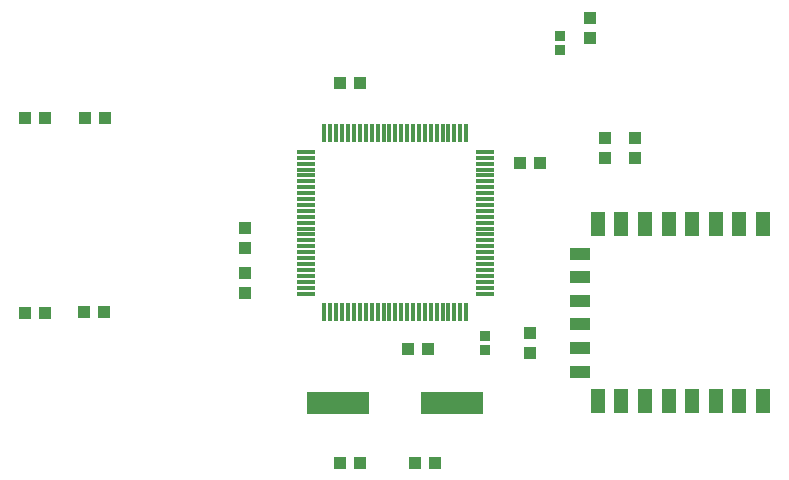
<source format=gbr>
G04 EAGLE Gerber RS-274X export*
G75*
%MOMM*%
%FSLAX34Y34*%
%LPD*%
%INSolderpaste Top*%
%IPPOS*%
%AMOC8*
5,1,8,0,0,1.08239X$1,22.5*%
G01*
%ADD10R,0.900000X0.850000*%
%ADD11R,1.100000X1.000000*%
%ADD12R,0.300000X1.600000*%
%ADD13R,1.600000X0.300000*%
%ADD14R,1.000000X1.100000*%
%ADD15R,1.200000X2.000000*%
%ADD16R,1.700000X1.100000*%
%ADD17R,5.334000X1.930400*%


D10*
X571500Y311700D03*
X571500Y323300D03*
X635000Y577300D03*
X635000Y565700D03*
D11*
X182000Y342900D03*
X199000Y342900D03*
X465700Y215900D03*
X448700Y215900D03*
X512200Y215900D03*
X529200Y215900D03*
X249800Y508000D03*
X232800Y508000D03*
X182000Y508000D03*
X199000Y508000D03*
X249057Y343081D03*
X232057Y343081D03*
D12*
X435300Y343100D03*
X440300Y343100D03*
X445300Y343100D03*
X450300Y343100D03*
X455300Y343100D03*
X460300Y343100D03*
X465300Y343100D03*
X470300Y343100D03*
X475300Y343100D03*
X480300Y343100D03*
X485300Y343100D03*
X490300Y343100D03*
X495300Y343100D03*
X500300Y343100D03*
X505300Y343100D03*
X510300Y343100D03*
X515300Y343100D03*
X520300Y343100D03*
X525300Y343100D03*
X530300Y343100D03*
X535300Y343100D03*
X540300Y343100D03*
X545300Y343100D03*
X550300Y343100D03*
X555300Y343100D03*
D13*
X571300Y359100D03*
X571300Y364100D03*
X571300Y369100D03*
X571300Y374100D03*
X571300Y379100D03*
X571300Y384100D03*
X571300Y389100D03*
X571300Y394100D03*
X571300Y399100D03*
X571300Y404100D03*
X571300Y409100D03*
X571300Y414100D03*
X571300Y419100D03*
X571300Y424100D03*
X571300Y429100D03*
X571300Y434100D03*
X571300Y439100D03*
X571300Y444100D03*
X571300Y449100D03*
X571300Y454100D03*
X571300Y459100D03*
X571300Y464100D03*
X571300Y469100D03*
X571300Y474100D03*
X571300Y479100D03*
D12*
X555300Y495100D03*
X550300Y495100D03*
X545300Y495100D03*
X540300Y495100D03*
X535300Y495100D03*
X530300Y495100D03*
X525300Y495100D03*
X520300Y495100D03*
X515300Y495100D03*
X510300Y495100D03*
X505300Y495100D03*
X500300Y495100D03*
X495300Y495100D03*
X490300Y495100D03*
X485300Y495100D03*
X480300Y495100D03*
X475300Y495100D03*
X470300Y495100D03*
X465300Y495100D03*
X460300Y495100D03*
X455300Y495100D03*
X450300Y495100D03*
X445300Y495100D03*
X440300Y495100D03*
X435300Y495100D03*
D13*
X419300Y479100D03*
X419300Y474100D03*
X419300Y469100D03*
X419300Y464100D03*
X419300Y459100D03*
X419300Y454100D03*
X419300Y449100D03*
X419300Y444100D03*
X419300Y439100D03*
X419300Y434100D03*
X419300Y429100D03*
X419300Y424100D03*
X419300Y419100D03*
X419300Y414100D03*
X419300Y409100D03*
X419300Y404100D03*
X419300Y399100D03*
X419300Y394100D03*
X419300Y389100D03*
X419300Y384100D03*
X419300Y379100D03*
X419300Y374100D03*
X419300Y369100D03*
X419300Y364100D03*
X419300Y359100D03*
D14*
X660400Y592700D03*
X660400Y575700D03*
D11*
X506351Y312398D03*
X523351Y312398D03*
D14*
X673100Y474100D03*
X673100Y491100D03*
X698500Y474100D03*
X698500Y491100D03*
X368300Y397900D03*
X368300Y414900D03*
X368300Y376800D03*
X368300Y359800D03*
X609600Y309000D03*
X609600Y326000D03*
D15*
X806600Y417900D03*
X786600Y417900D03*
X766600Y417900D03*
X746600Y417900D03*
X726600Y417900D03*
X706600Y417900D03*
X686600Y417900D03*
X666600Y417900D03*
X666600Y267900D03*
X686600Y267900D03*
X706600Y267900D03*
X726600Y267900D03*
X746600Y267900D03*
X766600Y267900D03*
X786600Y267900D03*
X806600Y267900D03*
D16*
X651600Y392900D03*
X651600Y372900D03*
X651600Y352900D03*
X651600Y332900D03*
X651600Y312900D03*
X651600Y292900D03*
D17*
X543560Y266700D03*
X447040Y266700D03*
D11*
X448132Y537586D03*
X465132Y537586D03*
X601100Y469900D03*
X618100Y469900D03*
M02*

</source>
